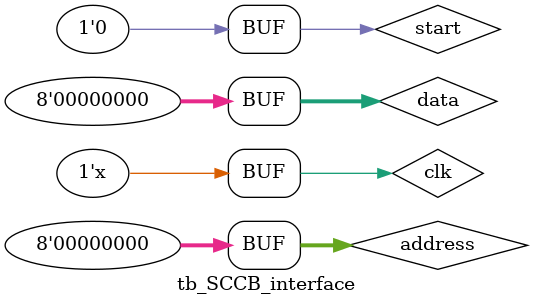
<source format=v>
`timescale 1ns / 1ps


module tb_SCCB_interface;

    //inputs 
    reg clk;
    reg start;
    reg [7:0] address;
    reg [7:0] data; 
    
    //outputs 
    wire ready;
    wire SIOC_oe;
    wire SIOD_oe;
    
    SCCB_interface 
    #(.CLK_FREQ(800), .SCCB_FREQ(20)) 
    dut1
    (
    .clk(clk),
    .start(start),
    .address(address),
    .data(data),
    .ready(ready),
    .SIOC_oe(SIOC_oe),
    .SIOD_oe(SIOD_oe)
    );
    
    always #5 clk=~clk;
    
    initial begin
        clk = 0;
        start = 0;
        address = 0;
        data = 0;
        #100;
        address = 8'hAA;
        data = 8'h77;
        start = 1;
        #10;
        start = 0;
        address = 0;
        data = 0;
    end
    
endmodule

</source>
